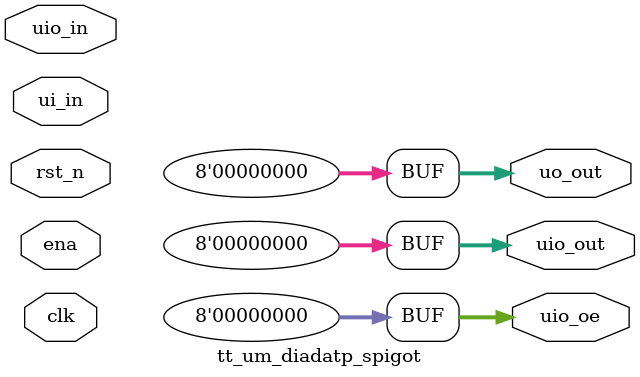
<source format=v>
`default_nettype none

module tt_um_diadatp_spigot (
    input  wire [7:0] ui_in,    // Dedicated inputs
    output wire [7:0] uo_out,   // Dedicated outputs
    input  wire [7:0] uio_in,   // IOs: Input path
    output wire [7:0] uio_out,  // IOs: Output path
    output wire [7:0] uio_oe,   // IOs: Enable path (active high: 0=input, 1=output)
    input  wire       ena,      // will go high when the design is enabled
    input  wire       clk,      // clock
    input  wire       rst_n     // reset_n - low to reset
);

  assign uo_out  = 0;
  assign uio_oe  = 0;
  assign uio_out = 0;

endmodule

</source>
